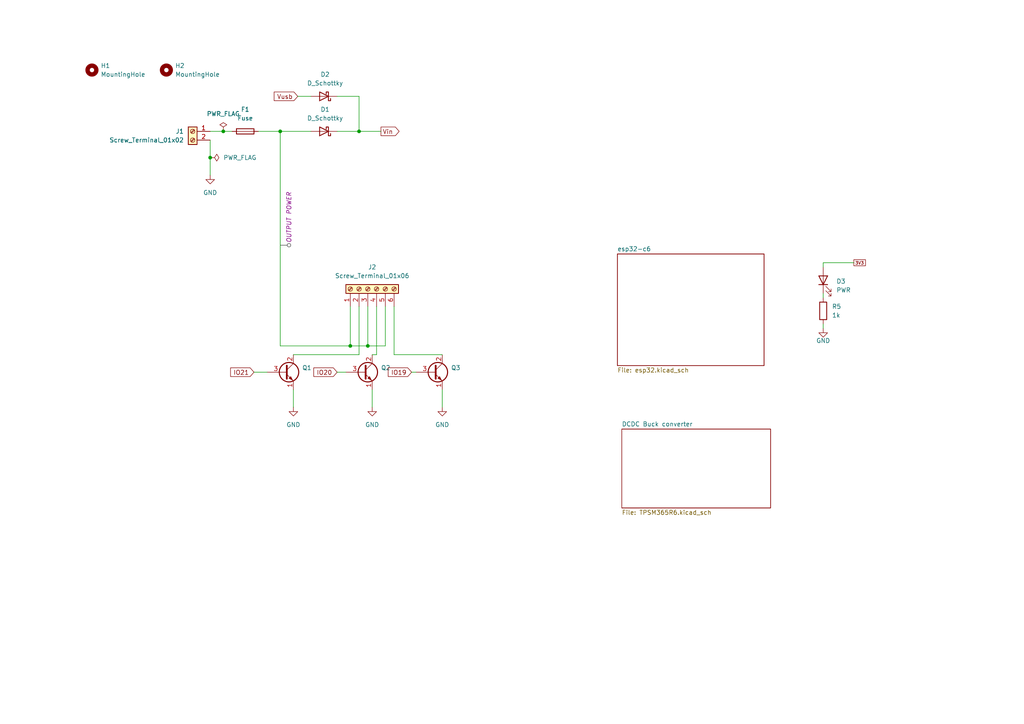
<source format=kicad_sch>
(kicad_sch (version 20231120) (generator "eeschema") (generator_version "8.0")
  (paper "A4")
  (lib_symbols
    (symbol "Connector:Screw_Terminal_01x02" (pin_names (offset 1.016) hide)
      (property "Reference" "J" (at 0 2.54 0))
      (property "Value" "Screw_Terminal_01x02" (at 0 -5.08 0))
      (symbol "Screw_Terminal_01x02_1_1"
        (rectangle (start -1.27 1.27) (end 1.27 -3.81) (stroke (width 0.254)) (fill (type background)))
        (circle (center 0 -2.54) (radius 0.635) (stroke (width 0.1524)))
        (polyline (pts (xy -0.5334 -2.2098) (xy 0.3302 -3.048)) (stroke (width 0.1524)))
        (polyline (pts (xy -0.5334 0.3302) (xy 0.3302 -0.508)) (stroke (width 0.1524)))
        (polyline (pts (xy -0.3556 -2.032) (xy 0.508 -2.8702)) (stroke (width 0.1524)))
        (polyline (pts (xy -0.3556 0.508) (xy 0.508 -0.3302)) (stroke (width 0.1524)))
        (circle (center 0 0) (radius 0.635) (stroke (width 0.1524)))
        (pin passive line (at -5.08 0 0) (length 3.81) (name "Pin_1") (number "1"))
        (pin passive line (at -5.08 -2.54 0) (length 3.81) (name "Pin_2") (number "2"))
      )
    )
    (symbol "Connector:Screw_Terminal_01x06" (pin_names (offset 1.016) hide)
      (property "Reference" "J" (at 0 7.62 0))
      (property "Value" "Screw_Terminal_01x06" (at 0 -10.16 0))
      (symbol "Screw_Terminal_01x06_1_1"
        (rectangle (start -1.27 6.35) (end 1.27 -8.89) (stroke (width 0.254)) (fill (type background)))
        (circle (center 0 -7.62) (radius 0.635) (stroke (width 0.1524)))
        (circle (center 0 -5.08) (radius 0.635) (stroke (width 0.1524)))
        (circle (center 0 -2.54) (radius 0.635) (stroke (width 0.1524)))
        (polyline (pts (xy -0.5334 -7.2898) (xy 0.3302 -8.128)) (stroke (width 0.1524)))
        (polyline (pts (xy -0.5334 -4.7498) (xy 0.3302 -5.588)) (stroke (width 0.1524)))
        (polyline (pts (xy -0.5334 -2.2098) (xy 0.3302 -3.048)) (stroke (width 0.1524)))
        (polyline (pts (xy -0.5334 0.3302) (xy 0.3302 -0.508)) (stroke (width 0.1524)))
        (polyline (pts (xy -0.5334 2.8702) (xy 0.3302 2.032)) (stroke (width 0.1524)))
        (polyline (pts (xy -0.5334 5.4102) (xy 0.3302 4.572)) (stroke (width 0.1524)))
        (polyline (pts (xy -0.3556 -7.112) (xy 0.508 -7.9502)) (stroke (width 0.1524)))
        (polyline (pts (xy -0.3556 -4.572) (xy 0.508 -5.4102)) (stroke (width 0.1524)))
        (polyline (pts (xy -0.3556 -2.032) (xy 0.508 -2.8702)) (stroke (width 0.1524)))
        (polyline (pts (xy -0.3556 0.508) (xy 0.508 -0.3302)) (stroke (width 0.1524)))
        (polyline (pts (xy -0.3556 3.048) (xy 0.508 2.2098)) (stroke (width 0.1524)))
        (polyline (pts (xy -0.3556 5.588) (xy 0.508 4.7498)) (stroke (width 0.1524)))
        (circle (center 0 0) (radius 0.635) (stroke (width 0.1524)))
        (circle (center 0 2.54) (radius 0.635) (stroke (width 0.1524)))
        (circle (center 0 5.08) (radius 0.635) (stroke (width 0.1524)))
        (pin passive line (at -5.08 5.08 0) (length 3.81) (name "Pin_1") (number "1"))
        (pin passive line (at -5.08 2.54 0) (length 3.81) (name "Pin_2") (number "2"))
        (pin passive line (at -5.08 0 0) (length 3.81) (name "Pin_3") (number "3"))
        (pin passive line (at -5.08 -2.54 0) (length 3.81) (name "Pin_4") (number "4"))
        (pin passive line (at -5.08 -5.08 0) (length 3.81) (name "Pin_5") (number "5"))
        (pin passive line (at -5.08 -7.62 0) (length 3.81) (name "Pin_6") (number "6"))
      )
    )
    (symbol "Device:D_Schottky" (pin_numbers hide) (pin_names (offset 1.016) hide)
      (property "Reference" "D" (at 0 2.54 0))
      (property "Value" "D_Schottky" (at 0 -2.54 0))
      (symbol "D_Schottky_0_1"
        (polyline (pts (xy 1.27 0) (xy -1.27 0)))
        (polyline (pts (xy 1.27 1.27) (xy 1.27 -1.27) (xy -1.27 0) (xy 1.27 1.27)) (stroke (width 0.254)))
        (polyline (pts (xy -1.905 0.635) (xy -1.905 1.27) (xy -1.27 1.27) (xy -1.27 -1.27) (xy -0.635 -1.27) (xy -0.635 -0.635)) (stroke (width 0.254)))
      )
      (symbol "D_Schottky_1_1"
        (pin passive line (at -3.81 0 0) (length 2.54) (name "K") (number "1"))
        (pin passive line (at 3.81 0 180) (length 2.54) (name "A") (number "2"))
      )
    )
    (symbol "Device:Fuse" (pin_numbers hide) (pin_names (offset 0))
      (property "Reference" "F" (at 2.032 0 90))
      (property "Value" "Fuse" (at -1.905 0 90))
      (symbol "Fuse_0_1"
        (rectangle (start -0.762 -2.54) (end 0.762 2.54) (stroke (width 0.254)))
        (polyline (pts (xy 0 2.54) (xy 0 -2.54)))
      )
      (symbol "Fuse_1_1"
        (pin passive line (at 0 3.81 270) (length 1.27) (name "~") (number "1"))
        (pin passive line (at 0 -3.81 90) (length 1.27) (name "~") (number "2"))
      )
    )
    (symbol "Device:LED" (pin_numbers hide) (pin_names (offset 1.016) hide)
      (property "Reference" "D" (at 0 2.54 0))
      (property "Value" "LED" (at 0 -2.54 0))
      (symbol "LED_0_1"
        (polyline (pts (xy -1.27 -1.27) (xy -1.27 1.27)) (stroke (width 0.254)))
        (polyline (pts (xy -1.27 0) (xy 1.27 0)))
        (polyline (pts (xy 1.27 -1.27) (xy 1.27 1.27) (xy -1.27 0) (xy 1.27 -1.27)) (stroke (width 0.254)))
        (polyline (pts (xy -3.048 -0.762) (xy -4.572 -2.286) (xy -3.81 -2.286) (xy -4.572 -2.286) (xy -4.572 -1.524)))
        (polyline (pts (xy -1.778 -0.762) (xy -3.302 -2.286) (xy -2.54 -2.286) (xy -3.302 -2.286) (xy -3.302 -1.524)))
      )
      (symbol "LED_1_1"
        (pin passive line (at -3.81 0 0) (length 2.54) (name "K") (number "1"))
        (pin passive line (at 3.81 0 180) (length 2.54) (name "A") (number "2"))
      )
    )
    (symbol "Device:R" (pin_numbers hide) (pin_names (offset 0))
      (property "Reference" "R" (at 2.032 0 90))
      (property "Value" "R" (at 0 0 90))
      (symbol "R_0_1"
        (rectangle (start -1.016 -2.54) (end 1.016 2.54) (stroke (width 0.254)))
      )
      (symbol "R_1_1"
        (pin passive line (at 0 3.81 270) (length 1.27) (name "~") (number "1"))
        (pin passive line (at 0 -3.81 90) (length 1.27) (name "~") (number "2"))
      )
    )
    (symbol "Mechanical:MountingHole" (pin_names (offset 1.016)) (exclude_from_sim yes) (in_bom no)
      (property "Reference" "H" (at 0 5.08 0))
      (property "Value" "MountingHole" (at 0 3.175 0))
      (symbol "MountingHole_0_1"
        (circle (center 0 0) (radius 1.27) (stroke (width 1.27)))
      )
    )
    (symbol "Transistor_BJT:2SD600" (pin_names (offset 0) hide)
      (property "Reference" "Q" (at 5.08 1.905 0))
      (property "Value" "2SD600" (at 5.08 0 0))
      (symbol "2SD600_0_1"
        (polyline (pts (xy 0 0) (xy 0.635 0)))
        (polyline (pts (xy 2.54 -2.54) (xy 0.635 -0.635)))
        (polyline (pts (xy 2.54 2.54) (xy 0.635 0.635)))
        (polyline (pts (xy 0.635 1.905) (xy 0.635 -1.905) (xy 0.635 -1.905)) (stroke (width 0.508)) (fill (type outline)))
        (polyline (pts (xy 1.27 -1.778) (xy 1.778 -1.27) (xy 2.286 -2.286) (xy 1.27 -1.778) (xy 1.27 -1.778)) (fill (type outline)))
        (circle (center 1.27 0) (radius 2.8194) (stroke (width 0.3048)))
      )
      (symbol "2SD600_1_1"
        (pin passive line (at 2.54 -5.08 90) (length 2.54) (name "E") (number "1"))
        (pin passive line (at 2.54 5.08 270) (length 2.54) (name "C") (number "2"))
        (pin input line (at -5.08 0 0) (length 5.08) (name "B") (number "3"))
      )
    )
    (symbol "power:GND" (power) (pin_numbers hide) (pin_names (offset 0) hide)
      (property "Value" "GND" (at 0 -3.81 0))
      (symbol "GND_0_1"
        (polyline (pts (xy 0 0) (xy 0 -1.27) (xy 1.27 -1.27) (xy 0 -2.54) (xy -1.27 -1.27) (xy 0 -1.27)))
      )
      (symbol "GND_1_1"
        (pin power_in line (at 0 0 270) (length 0) (name "~") (number "1"))
      )
    )
    (symbol "power:PWR_FLAG" (power) (pin_numbers hide) (pin_names (offset 0) hide)
      (property "Value" "PWR_FLAG" (at 0 3.81 0))
      (symbol "PWR_FLAG_0_0"
        (pin power_out line (at 0 0 90) (length 0) (name "~") (number "1"))
      )
      (symbol "PWR_FLAG_0_1"
        (polyline (pts (xy 0 0) (xy 0 1.27) (xy -1.016 1.905) (xy 0 2.54) (xy 1.016 1.905) (xy 0 1.27)))
      )
    )
  )
  (junction (at 101.6 100.33))
  (junction (at 64.77 38.1))
  (junction (at 104.14 38.1))
  (junction (at 81.28 38.1))
  (junction (at 60.96 45.72))
  (junction (at 106.68 100.33))
  (wire (pts (xy 104.14 38.1) (xy 110.49 38.1)))
  (wire (pts (xy 119.38 107.95) (xy 120.65 107.95)))
  (wire (pts (xy 81.28 100.33) (xy 101.6 100.33)))
  (wire (pts (xy 238.76 93.98) (xy 238.76 95.25)))
  (wire (pts (xy 109.22 102.87) (xy 109.22 88.9)))
  (wire (pts (xy 60.96 38.1) (xy 64.77 38.1)))
  (wire (pts (xy 104.14 27.94) (xy 104.14 38.1)))
  (wire (pts (xy 238.76 76.2) (xy 247.65 76.2)))
  (wire (pts (xy 114.3 102.87) (xy 114.3 88.9)))
  (wire (pts (xy 73.66 107.95) (xy 77.47 107.95)))
  (wire (pts (xy 85.09 113.03) (xy 85.09 118.11)))
  (wire (pts (xy 97.79 107.95) (xy 100.33 107.95)))
  (wire (pts (xy 111.76 100.33) (xy 106.68 100.33)))
  (wire (pts (xy 107.95 113.03) (xy 107.95 118.11)))
  (wire (pts (xy 128.27 102.87) (xy 114.3 102.87)))
  (wire (pts (xy 111.76 88.9) (xy 111.76 100.33)))
  (wire (pts (xy 97.79 27.94) (xy 104.14 27.94)))
  (wire (pts (xy 104.14 102.87) (xy 104.14 88.9)))
  (wire (pts (xy 81.28 38.1) (xy 81.28 100.33)))
  (wire (pts (xy 238.76 76.2) (xy 238.76 77.47)))
  (wire (pts (xy 128.27 113.03) (xy 128.27 118.11)))
  (wire (pts (xy 60.96 40.64) (xy 60.96 45.72)))
  (wire (pts (xy 106.68 100.33) (xy 101.6 100.33)))
  (wire (pts (xy 97.79 38.1) (xy 104.14 38.1)))
  (wire (pts (xy 60.96 45.72) (xy 60.96 50.8)))
  (wire (pts (xy 101.6 100.33) (xy 101.6 88.9)))
  (wire (pts (xy 74.93 38.1) (xy 81.28 38.1)))
  (wire (pts (xy 106.68 88.9) (xy 106.68 100.33)))
  (wire (pts (xy 64.77 38.1) (xy 67.31 38.1)))
  (wire (pts (xy 107.95 102.87) (xy 109.22 102.87)))
  (wire (pts (xy 86.36 27.94) (xy 90.17 27.94)))
  (wire (pts (xy 85.09 102.87) (xy 104.14 102.87)))
  (wire (pts (xy 81.28 38.1) (xy 90.17 38.1)))
  (wire (pts (xy 238.76 85.09) (xy 238.76 86.36)))
  (global_label "IO19" (shape input) (at 119.38 107.95 180) (property "Intersheetrefs" "${INTERSHEET_REFS}" (effects (hide yes))))
  (global_label "IO21" (shape input) (at 73.66 107.95 180) (property "Intersheetrefs" "${INTERSHEET_REFS}" (effects (hide yes))))
  (global_label "IO20" (shape input) (at 97.79 107.95 180) (property "Intersheetrefs" "${INTERSHEET_REFS}" (effects (hide yes))))
  (global_label "3V3" (shape passive) (at 247.65 76.2 0) (effects (font (size 0.889 0.889))) (property "Intersheetrefs" "${INTERSHEET_REFS}" (effects (hide yes))))
  (global_label "Vin" (shape output) (at 110.49 38.1 0) (property "Intersheetrefs" "${INTERSHEET_REFS}" (effects (hide yes))))
  (global_label "Vusb" (shape input) (at 86.36 27.94 180) (property "Intersheetrefs" "${INTERSHEET_REFS}" (effects (hide yes))))
  (netclass_flag "" (length 2.54) (shape round) (at 81.28 71.12 270) (property "Netclass" "OUTPUT POWER" (at 83.82 70.4215 90) (effects (font (italic yes)) (justify left))))
  (symbol (lib_id "Device:R") (at 238.76 90.17 0) (unit 1)
    (property "Reference" "R5" (at 241.3 88.9 0) (effects (justify left)))
    (property "Value" "1k" (at 241.3 91.44 0) (effects (justify left)))
    (property "Footprint" "Resistor_SMD:R_0603_1608Metric" (effects (hide yes)))
    (property "LCSC Part #" "C2989112" (effects (hide yes)))
  )
  (symbol (lib_id "power:GND") (at 60.96 50.8 0) (unit 1)
    (property "Reference" "#PWR01" (effects (hide yes)))
    (property "Value" "GND" (at 60.96 55.88 0))
    (property "Description" "Power symbol creates a global label with name \"GND\" , ground" (effects (hide yes)))
  )
  (symbol (lib_id "power:GND") (at 85.09 118.11 0) (unit 1)
    (property "Reference" "#PWR03" (effects (hide yes)))
    (property "Value" "GND" (at 85.09 123.19 0))
    (property "Description" "Power symbol creates a global label with name \"GND\" , ground" (effects (hide yes)))
  )
  (symbol (lib_id "Transistor_BJT:2SD600") (at 82.55 107.95 0) (unit 1)
    (property "Reference" "Q1" (at 87.63 106.6799 0) (effects (justify left)))
    (property "Value" "DMN6070SY-13" (effects (hide yes)))
    (property "Footprint" "Enerwize:SOT-89-3_Handsoldering" (effects (hide yes)))
    (property "Description" "3A Ic, 60V Vce" (effects (hide yes)))
    (property "Sim.Device" "NPN" (effects (hide yes)))
    (property "Sim.Type" "GUMMELPOON" (effects (hide yes)))
    (property "Sim.Pins" "1=C 2=B 3=E" (effects (hide yes)))
    (property "LCSC Part #" "C2923350 " (effects (hide yes)))
  )
  (symbol (lib_id "power:GND") (at 128.27 118.11 0) (unit 1)
    (property "Reference" "#PWR06" (effects (hide yes)))
    (property "Value" "GND" (at 128.27 123.19 0))
    (property "Description" "Power symbol creates a global label with name \"GND\" , ground" (effects (hide yes)))
  )
  (symbol (lib_id "power:PWR_FLAG") (at 64.77 38.1 0) (unit 1)
    (property "Reference" "#FLG02" (effects (hide yes)))
    (property "Value" "PWR_FLAG" (at 64.77 33.02 0))
    (property "Description" "Special symbol for telling ERC where power comes from" (effects (hide yes)))
  )
  (symbol (lib_id "power:PWR_FLAG") (at 60.96 45.72 270) (unit 1)
    (property "Reference" "#FLG03" (effects (hide yes)))
    (property "Value" "PWR_FLAG" (at 64.77 45.7199 90) (effects (justify left)))
    (property "Description" "Special symbol for telling ERC where power comes from" (effects (hide yes)))
  )
  (symbol (lib_id "Connector:Screw_Terminal_01x02") (at 55.88 38.1 0) (mirror y) (unit 1)
    (property "Reference" "J1" (at 53.34 38.0999 0) (effects (justify left)))
    (property "Value" "Screw_Terminal_01x02" (at 53.34 40.6399 0) (effects (justify left)))
    (property "Footprint" "TerminalBlock:TerminalBlock_bornier-2_P5.08mm" (effects (hide yes)))
    (property "Description" "Generic screw terminal, single row, 01x02, script generated (kicad-library-utils/schlib/autogen/connector/)" (effects (hide yes)))
    (property "LCSC Part #" "C8465" (effects (hide yes)))
  )
  (symbol (lib_id "Connector:Screw_Terminal_01x06") (at 106.68 83.82 90) (unit 1)
    (property "Reference" "J2" (at 107.95 77.47 90))
    (property "Value" "Screw_Terminal_01x06" (at 107.95 80.01 90))
    (property "Footprint" "TerminalBlock_Phoenix:TerminalBlock_Phoenix_MKDS-1,5-6-5.08_1x06_P5.08mm_Horizontal" (effects (hide yes)))
    (property "Description" "Generic screw terminal, single row, 01x06, script generated (kicad-library-utils/schlib/autogen/connector/)" (effects (hide yes)))
    (property "LCSC Part #" "C2915642" (effects (hide yes)))
  )
  (symbol (lib_id "Device:LED") (at 238.76 81.28 90) (unit 1)
    (property "Reference" "D3" (at 242.57 81.5974 90) (effects (justify right)))
    (property "Value" "PWR" (at 242.57 84.1374 90) (effects (justify right)))
    (property "Footprint" "LED_SMD:LED_0603_1608Metric" (effects (hide yes)))
    (property "Description" "Light emitting diode" (effects (hide yes)))
    (property "LCSC Part #" "C189306" (effects (hide yes)))
  )
  (symbol (lib_id "Device:D_Schottky") (at 93.98 27.94 180) (unit 1)
    (property "Reference" "D2" (at 94.2975 21.59 0))
    (property "Value" "D_Schottky" (at 94.2975 24.13 0))
    (property "Footprint" "Diode_SMD:D_SOD-123F" (effects (hide yes)))
    (property "Description" "Schottky diode" (effects (hide yes)))
    (property "LCSC Part #" "C2922179" (effects (hide yes)))
  )
  (symbol (lib_id "Transistor_BJT:2SD600") (at 105.41 107.95 0) (unit 1)
    (property "Reference" "Q2" (at 110.49 106.6799 0) (effects (justify left)))
    (property "Value" "DMN6070SY-13" (effects (hide yes)))
    (property "Footprint" "Enerwize:SOT-89-3_Handsoldering" (effects (hide yes)))
    (property "Description" "3A Ic, 60V Vce" (effects (hide yes)))
    (property "Sim.Device" "NPN" (effects (hide yes)))
    (property "Sim.Type" "GUMMELPOON" (effects (hide yes)))
    (property "Sim.Pins" "1=C 2=B 3=E" (effects (hide yes)))
    (property "LCSC Part #" "C2923350 " (effects (hide yes)))
  )
  (symbol (lib_id "Device:D_Schottky") (at 93.98 38.1 180) (unit 1)
    (property "Reference" "D1" (at 94.2975 31.75 0))
    (property "Value" "D_Schottky" (at 94.2975 34.29 0))
    (property "Footprint" "Package_TO_SOT_SMD:TO-277B" (effects (hide yes)))
    (property "Description" "Schottky diode" (effects (hide yes)))
    (property "LCSC Part #" "C668953" (effects (hide yes)))
  )
  (symbol (lib_id "Device:Fuse") (at 71.12 38.1 90) (unit 1)
    (property "Reference" "F1" (at 71.12 31.75 90))
    (property "Value" "Fuse" (at 71.12 34.29 90))
    (property "Footprint" "Resistor_THT:R_Axial_DIN0309_L9.0mm_D3.2mm_P5.08mm_Vertical" (effects (hide yes)))
    (property "Description" "Fuse" (effects (hide yes)))
    (property "LCSC Part #" "C140498" (effects (hide yes)))
  )
  (symbol (lib_id "Transistor_BJT:2SD600") (at 125.73 107.95 0) (unit 1)
    (property "Reference" "Q3" (at 130.81 106.6799 0) (effects (justify left)))
    (property "Value" "DMN6070SY-13" (effects (hide yes)))
    (property "Footprint" "Enerwize:SOT-89-3_Handsoldering" (effects (hide yes)))
    (property "Description" "3A Ic, 60V Vce" (effects (hide yes)))
    (property "Sim.Device" "NPN" (effects (hide yes)))
    (property "Sim.Type" "GUMMELPOON" (effects (hide yes)))
    (property "Sim.Pins" "1=C 2=B 3=E" (effects (hide yes)))
    (property "LCSC Part #" "C2923350 " (effects (hide yes)))
  )
  (symbol (lib_id "Mechanical:MountingHole") (at 26.67 20.32 0) (unit 1) (exclude_from_sim yes) (in_bom no)
    (property "Reference" "H1" (at 29.21 19.0499 0) (effects (justify left)))
    (property "Value" "MountingHole" (at 29.21 21.5899 0) (effects (justify left)))
    (property "Footprint" "MountingHole:MountingHole_2.7mm_M2.5_DIN965" (effects (hide yes)))
    (property "Description" "Mounting Hole without connection" (effects (hide yes)))
  )
  (symbol (lib_id "power:GND") (at 107.95 118.11 0) (unit 1)
    (property "Reference" "#PWR04" (effects (hide yes)))
    (property "Value" "GND" (at 107.95 123.19 0))
    (property "Description" "Power symbol creates a global label with name \"GND\" , ground" (effects (hide yes)))
  )
  (symbol (lib_id "power:GND") (at 238.76 95.25 0) (unit 1)
    (property "Reference" "#PWR012" (effects (hide yes)))
    (property "Value" "GND" (at 238.76 98.806 0))
    (property "Description" "Power symbol creates a global label with name \"GND\" , ground" (effects (hide yes)))
  )
  (symbol (lib_id "Mechanical:MountingHole") (at 48.26 20.32 0) (unit 1) (exclude_from_sim yes) (in_bom no)
    (property "Reference" "H2" (at 50.8 19.0499 0) (effects (justify left)))
    (property "Value" "MountingHole" (at 50.8 21.5899 0) (effects (justify left)))
    (property "Footprint" "MountingHole:MountingHole_2.7mm_M2.5_DIN965" (effects (hide yes)))
    (property "Description" "Mounting Hole without connection" (effects (hide yes)))
  )
  (sheet (at 179.07 73.66) (size 42.545 32.385) (stroke (width 0.1524))
    (property "Sheetname" "esp32-c6" (at 179.07 72.9484 0) (effects (justify left bottom)))
    (property "Sheetfile" "esp32.kicad_sch" (at 179.07 106.6296 0) (effects (justify left top)))
  )
  (sheet (at 180.34 124.46) (size 43.18 22.86) (stroke (width 0.1524))
    (property "Sheetname" "DCDC Buck converter" (at 180.34 123.7484 0) (effects (justify left bottom)))
    (property "Sheetfile" "TPSM365R6.kicad_sch" (at 180.34 147.9046 0) (effects (justify left top)))
  )
)
</source>
